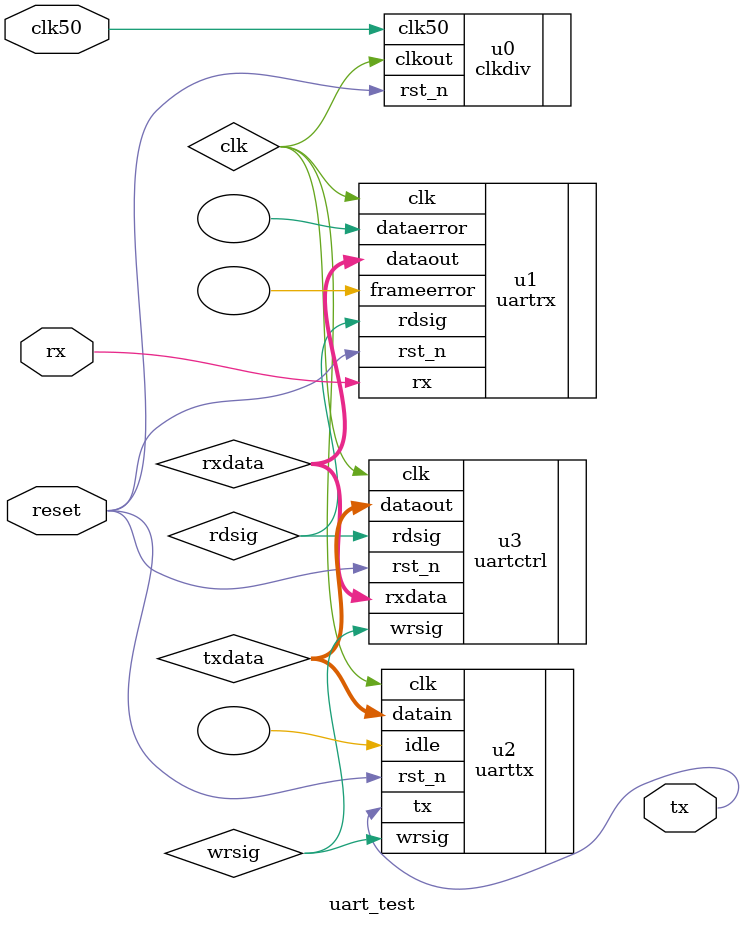
<source format=v>
`timescale 1ns / 1ps
module uart_test(clk50, rx, tx, reset);
input clk50;
input reset;
input rx;
output tx;

wire clk;       //clock for 9600 uart port
wire [7:0] txdata,rxdata;     //´®¿Ú·¢ËÍÊý¾ÝºÍ´®¿Ú½ÓÊÕÊý¾Ý
wire rdsig;


//²úÉúÊ±ÖÓµÄÆµÂÊÎª16*9600
clkdiv u0 (
		.clk50                   (clk50),               //50MhzµÄ¾§ÕñÊäÈë                     
		.clkout                  (clk),                  //16±¶²¨ÌØÂÊµÄÊ±ÖÓ   
		.rst_n(reset)                     
 );

//´®¿Ú½ÓÊÕ³ÌÐò
uartrx u1 (
		.clk                     (clk),                 //16±¶²¨ÌØÂÊµÄÊ±ÖÓ 
      .rx	                   (rx),  	               //´®¿Ú½ÓÊÕ
		.dataout                 (rxdata),              //uart ½ÓÊÕµ½µÄÊý¾Ý,Ò»¸ö×Ö½Ú                     
      .rdsig                   (rdsig),               //uart ½ÓÊÕµ½Êý¾ÝÓÐÐ§ 
		.dataerror               (),
		.frameerror              (),
		.rst_n(reset)
);

//´®¿Ú·¢ËÍ³ÌÐò
uarttx u2 (
		.clk                     (clk),                  //16±¶²¨ÌØÂÊµÄÊ±ÖÓ  
	   .tx                      (tx),			          //´®¿Ú·¢ËÍ
		.datain                  (txdata),               //uart ·¢ËÍµÄÊý¾Ý   
      .wrsig                   (wrsig),                //uart ·¢ËÍµÄÊý¾ÝÓÐÐ§  
      .idle                    () ,	
		.rst_n(reset)
 );

//´®¿ÚÊý¾Ý·¢ËÍ¿ØÖÆ³ÌÐò
uartctrl u3 (
		.clk                     (clk),                           
		.rdsig                   (rdsig),                //uart ½ÓÊÕµ½Êý¾ÝÓÐÐ§   
      .rxdata                  (rxdata), 		          //uart ½ÓÊÕµ½µÄÊý¾Ý 
      .wrsig                   (wrsig),                //uart ·¢ËÍµÄÊý¾ÝÓÐÐ§  
      .dataout                 (txdata),	             //uart ·¢ËÍµÄÊý¾Ý£¬Ò»¸ö×Ö½Ú 
	.rst_n(reset)
 );
 

endmodule


</source>
